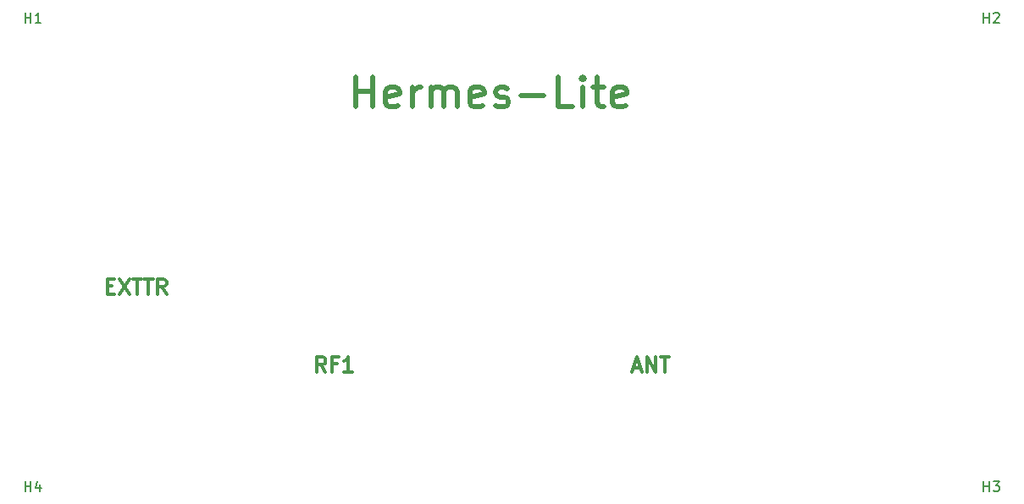
<source format=gbr>
G04 #@! TF.GenerationSoftware,KiCad,Pcbnew,5.0.2+dfsg1-1*
G04 #@! TF.CreationDate,2019-07-23T09:37:02-06:00*
G04 #@! TF.ProjectId,hl2-back-horiz,686c322d-6261-4636-9b2d-686f72697a2e,rev?*
G04 #@! TF.SameCoordinates,Original*
G04 #@! TF.FileFunction,Legend,Top*
G04 #@! TF.FilePolarity,Positive*
%FSLAX46Y46*%
G04 Gerber Fmt 4.6, Leading zero omitted, Abs format (unit mm)*
G04 Created by KiCad (PCBNEW 5.0.2+dfsg1-1) date Tue 23 Jul 2019 09:37:02 AM MDT*
%MOMM*%
%LPD*%
G01*
G04 APERTURE LIST*
%ADD10C,0.500000*%
%ADD11C,0.300000*%
%ADD12C,0.150000*%
G04 APERTURE END LIST*
D10*
X97100000Y-153857142D02*
X97100000Y-150857142D01*
X97100000Y-152285714D02*
X98814285Y-152285714D01*
X98814285Y-153857142D02*
X98814285Y-150857142D01*
X101385714Y-153714285D02*
X101100000Y-153857142D01*
X100528571Y-153857142D01*
X100242857Y-153714285D01*
X100100000Y-153428571D01*
X100100000Y-152285714D01*
X100242857Y-152000000D01*
X100528571Y-151857142D01*
X101100000Y-151857142D01*
X101385714Y-152000000D01*
X101528571Y-152285714D01*
X101528571Y-152571428D01*
X100100000Y-152857142D01*
X102814285Y-153857142D02*
X102814285Y-151857142D01*
X102814285Y-152428571D02*
X102957142Y-152142857D01*
X103100000Y-152000000D01*
X103385714Y-151857142D01*
X103671428Y-151857142D01*
X104671428Y-153857142D02*
X104671428Y-151857142D01*
X104671428Y-152142857D02*
X104814285Y-152000000D01*
X105100000Y-151857142D01*
X105528571Y-151857142D01*
X105814285Y-152000000D01*
X105957142Y-152285714D01*
X105957142Y-153857142D01*
X105957142Y-152285714D02*
X106100000Y-152000000D01*
X106385714Y-151857142D01*
X106814285Y-151857142D01*
X107100000Y-152000000D01*
X107242857Y-152285714D01*
X107242857Y-153857142D01*
X109814285Y-153714285D02*
X109528571Y-153857142D01*
X108957142Y-153857142D01*
X108671428Y-153714285D01*
X108528571Y-153428571D01*
X108528571Y-152285714D01*
X108671428Y-152000000D01*
X108957142Y-151857142D01*
X109528571Y-151857142D01*
X109814285Y-152000000D01*
X109957142Y-152285714D01*
X109957142Y-152571428D01*
X108528571Y-152857142D01*
X111100000Y-153714285D02*
X111385714Y-153857142D01*
X111957142Y-153857142D01*
X112242857Y-153714285D01*
X112385714Y-153428571D01*
X112385714Y-153285714D01*
X112242857Y-153000000D01*
X111957142Y-152857142D01*
X111528571Y-152857142D01*
X111242857Y-152714285D01*
X111100000Y-152428571D01*
X111100000Y-152285714D01*
X111242857Y-152000000D01*
X111528571Y-151857142D01*
X111957142Y-151857142D01*
X112242857Y-152000000D01*
X113671428Y-152714285D02*
X115957142Y-152714285D01*
X118814285Y-153857142D02*
X117385714Y-153857142D01*
X117385714Y-150857142D01*
X119814285Y-153857142D02*
X119814285Y-151857142D01*
X119814285Y-150857142D02*
X119671428Y-151000000D01*
X119814285Y-151142857D01*
X119957142Y-151000000D01*
X119814285Y-150857142D01*
X119814285Y-151142857D01*
X120814285Y-151857142D02*
X121957142Y-151857142D01*
X121242857Y-150857142D02*
X121242857Y-153428571D01*
X121385714Y-153714285D01*
X121671428Y-153857142D01*
X121957142Y-153857142D01*
X124100000Y-153714285D02*
X123814285Y-153857142D01*
X123242857Y-153857142D01*
X122957142Y-153714285D01*
X122814285Y-153428571D01*
X122814285Y-152285714D01*
X122957142Y-152000000D01*
X123242857Y-151857142D01*
X123814285Y-151857142D01*
X124100000Y-152000000D01*
X124242857Y-152285714D01*
X124242857Y-152571428D01*
X122814285Y-152857142D01*
G04 #@! TO.C,RF1*
D11*
X94107142Y-180378571D02*
X93607142Y-179664285D01*
X93250000Y-180378571D02*
X93250000Y-178878571D01*
X93821428Y-178878571D01*
X93964285Y-178950000D01*
X94035714Y-179021428D01*
X94107142Y-179164285D01*
X94107142Y-179378571D01*
X94035714Y-179521428D01*
X93964285Y-179592857D01*
X93821428Y-179664285D01*
X93250000Y-179664285D01*
X95250000Y-179592857D02*
X94750000Y-179592857D01*
X94750000Y-180378571D02*
X94750000Y-178878571D01*
X95464285Y-178878571D01*
X96821428Y-180378571D02*
X95964285Y-180378571D01*
X96392857Y-180378571D02*
X96392857Y-178878571D01*
X96250000Y-179092857D01*
X96107142Y-179235714D01*
X95964285Y-179307142D01*
G04 #@! TO.C,H1*
D12*
X64075759Y-145413784D02*
X64075759Y-144413784D01*
X64075759Y-144889975D02*
X64647187Y-144889975D01*
X64647187Y-145413784D02*
X64647187Y-144413784D01*
X65647187Y-145413784D02*
X65075759Y-145413784D01*
X65361473Y-145413784D02*
X65361473Y-144413784D01*
X65266235Y-144556642D01*
X65170997Y-144651880D01*
X65075759Y-144699499D01*
G04 #@! TO.C,H4*
X64073942Y-192335091D02*
X64073942Y-191335091D01*
X64073942Y-191811282D02*
X64645370Y-191811282D01*
X64645370Y-192335091D02*
X64645370Y-191335091D01*
X65550132Y-191668425D02*
X65550132Y-192335091D01*
X65312037Y-191287472D02*
X65073942Y-192001758D01*
X65692989Y-192001758D01*
G04 #@! TO.C,H3*
X159893720Y-192328678D02*
X159893720Y-191328678D01*
X159893720Y-191804869D02*
X160465148Y-191804869D01*
X160465148Y-192328678D02*
X160465148Y-191328678D01*
X160846101Y-191328678D02*
X161465148Y-191328678D01*
X161131815Y-191709631D01*
X161274672Y-191709631D01*
X161369910Y-191757250D01*
X161417529Y-191804869D01*
X161465148Y-191900107D01*
X161465148Y-192138202D01*
X161417529Y-192233440D01*
X161369910Y-192281059D01*
X161274672Y-192328678D01*
X160988958Y-192328678D01*
X160893720Y-192281059D01*
X160846101Y-192233440D01*
G04 #@! TO.C,H2*
X159887308Y-145412074D02*
X159887308Y-144412074D01*
X159887308Y-144888265D02*
X160458736Y-144888265D01*
X160458736Y-145412074D02*
X160458736Y-144412074D01*
X160887308Y-144507313D02*
X160934927Y-144459694D01*
X161030165Y-144412074D01*
X161268260Y-144412074D01*
X161363498Y-144459694D01*
X161411117Y-144507313D01*
X161458736Y-144602551D01*
X161458736Y-144697789D01*
X161411117Y-144840646D01*
X160839689Y-145412074D01*
X161458736Y-145412074D01*
G04 #@! TO.C,ANT*
D11*
X124885714Y-179950000D02*
X125600000Y-179950000D01*
X124742857Y-180378571D02*
X125242857Y-178878571D01*
X125742857Y-180378571D01*
X126242857Y-180378571D02*
X126242857Y-178878571D01*
X127100000Y-180378571D01*
X127100000Y-178878571D01*
X127600000Y-178878571D02*
X128457142Y-178878571D01*
X128028571Y-180378571D02*
X128028571Y-178878571D01*
G04 #@! TO.C,EXTTR*
X72271428Y-171792857D02*
X72771428Y-171792857D01*
X72985714Y-172578571D02*
X72271428Y-172578571D01*
X72271428Y-171078571D01*
X72985714Y-171078571D01*
X73485714Y-171078571D02*
X74485714Y-172578571D01*
X74485714Y-171078571D02*
X73485714Y-172578571D01*
X74842857Y-171078571D02*
X75700000Y-171078571D01*
X75271428Y-172578571D02*
X75271428Y-171078571D01*
X75985714Y-171078571D02*
X76842857Y-171078571D01*
X76414285Y-172578571D02*
X76414285Y-171078571D01*
X78200000Y-172578571D02*
X77700000Y-171864285D01*
X77342857Y-172578571D02*
X77342857Y-171078571D01*
X77914285Y-171078571D01*
X78057142Y-171150000D01*
X78128571Y-171221428D01*
X78200000Y-171364285D01*
X78200000Y-171578571D01*
X78128571Y-171721428D01*
X78057142Y-171792857D01*
X77914285Y-171864285D01*
X77342857Y-171864285D01*
G04 #@! TD*
M02*

</source>
